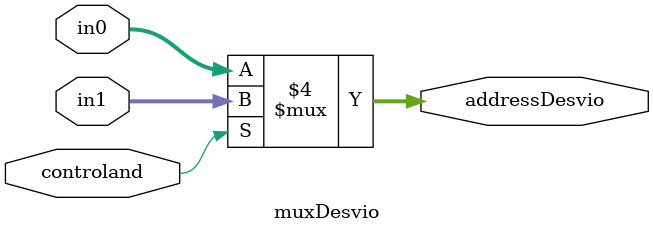
<source format=v>


module ULAControl(
  input [5:0] FuncCode,
  input [1:0] ALUOp,
  output reg [3:0] ALUCtl
);
always @(ALUOp, FuncCode) begin
if(ALUOp == 2'b10) begin
    case(FuncCode)
        6'b100000: ALUCtl = 4'b0010; //add
        6'b100010: ALUCtl = 4'b0110; //sub
        6'b100100: ALUCtl = 4'b0000; //and
        6'b100101: ALUCtl = 4'b0001; //or
        6'b101010: ALUCtl = 4'b0111; //slt
    endcase
end
else if(ALUOp == 2'b00) begin
    ALUCtl = 4'b0010; //lw sw
end
else if(ALUOp == 2'b01) begin
    ALUCtl = 4'b0110; //beq
end
end
endmodule
//MUX que define a segunda entrada da ULA,entre
//Read Data 2 e a instrucao extendida 32bits.
module MuxULA(
  input [31:0]valueMux0, //recebe Read data 2 do Banco de Registradores
  input [31:0]valueMux1, //recebe a instrucao [15:0] apos o Sign-extend
  input ALUSrc, //Sinal de controle
  output reg[31:0] RegMUXoutULA
);
    always @(ALUSrc) begin
      if (ALUSrc == 1'b1) begin
        RegMUXoutULA = valueMux1;
      end
      if(ALUSrc == 1'b0) begin
        RegMUXoutULA = valueMux0;
      end
    end
endmodule

module ULA(
  input [31:0]value1,
  input [31:0]value2,
  input [3:0]ALUControl,
  output reg [31:0]ALUResult,
  output reg zero
);
  always @ (ALUControl, value1, value2)
  begin
    case (ALUControl)
      4'b0000: ALUResult = value1 & value2;
      4'b0001: ALUResult = value1 | value2;
      4'b0010: ALUResult = value1 + value2;
      4'b0110: ALUResult = value1 - value2;
      4'b0111: ALUResult = value1 < value2 ? 1 : 0;
      4'b1100: ALUResult = ~(value1 | value2);
      default: ALUResult = 32'b0;
    endcase
  end
  always @ (ALUResult) begin
  if(ALUResult == 0) begin
    zero = 1;
  end
  else begin
    zero = 0;
  end
  end
endmodule

module controleand(
  input Branch,
  input Zero,
  output reg controland
);
always @(Branch, Zero) begin
controland = Branch & Zero;
end
endmodule

//Descolamento
module shift(
  input [31:0] addressExtendido,
  output reg [31:0] addressShift
);
always @(addressExtendido) begin
addressShift = addressExtendido << 2;
end
endmodule

module ULAAdd(
  input [31:0] addressSomador,
  input [31:0] addressShift,
  output reg [31:0] ALUResult
);
always @ (addressShift, addressSomador) begin
  ALUResult = addressSomador + addressShift;
end
endmodule

//Multiplexador do Desvio condicional
module muxDesvio(
  input [31:0] in0, //Valor 1 de entrada no MUX de desvio condicional
  input [31:0] in1, //Valor 2 de entrada no MUX de desvio condicional
  input controland, //Controle de sinal apos AND
  output reg [31:0] addressDesvio //Saida do MUX de desvio condicional
);

  always @ (controland) begin
    if(controland == 1'b1) begin
      addressDesvio = in1;
    end
    else begin
      addressDesvio = in0;
    end
  end
endmodule

</source>
